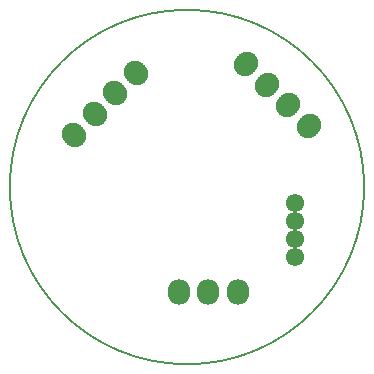
<source format=gbs>
G04*
G04 #@! TF.GenerationSoftware,Altium Limited,Altium Designer,21.2.2 (38)*
G04*
G04 Layer_Color=16711935*
%FSLAX24Y24*%
%MOIN*%
G70*
G04*
G04 #@! TF.SameCoordinates,E4E59F50-D763-4BE6-A9F8-BCED566C8010*
G04*
G04*
G04 #@! TF.FilePolarity,Negative*
G04*
G01*
G75*
%ADD11C,0.0059*%
%ADD24O,0.0630X0.0591*%
G04:AMPARAMS|DCode=25|XSize=74.8mil|YSize=84.6mil|CornerRadius=0mil|HoleSize=0mil|Usage=FLASHONLY|Rotation=315.000|XOffset=0mil|YOffset=0mil|HoleType=Round|Shape=Round|*
%AMOVALD25*
21,1,0.0098,0.0748,0.0000,0.0000,45.0*
1,1,0.0748,-0.0035,-0.0035*
1,1,0.0748,0.0035,0.0035*
%
%ADD25OVALD25*%

G04:AMPARAMS|DCode=26|XSize=74.8mil|YSize=84.6mil|CornerRadius=0mil|HoleSize=0mil|Usage=FLASHONLY|Rotation=225.000|XOffset=0mil|YOffset=0mil|HoleType=Round|Shape=Round|*
%AMOVALD26*
21,1,0.0098,0.0748,0.0000,0.0000,315.0*
1,1,0.0748,-0.0035,0.0035*
1,1,0.0748,0.0035,-0.0035*
%
%ADD26OVALD26*%

%ADD27O,0.0748X0.0846*%
D11*
X11841Y5930D02*
G03*
X11841Y5930I-5906J0D01*
G01*
D24*
X9540Y3609D02*
D03*
X9540Y4200D02*
D03*
X9540Y4791D02*
D03*
X9540Y5381D02*
D03*
D25*
X7908Y10042D02*
D03*
X8604Y9346D02*
D03*
X9300Y8650D02*
D03*
X9996Y7954D02*
D03*
D26*
X4246Y9746D02*
D03*
X3550Y9050D02*
D03*
X2854Y8354D02*
D03*
X2158Y7658D02*
D03*
D27*
X7624Y2447D02*
D03*
X6640D02*
D03*
X5656D02*
D03*
M02*

</source>
